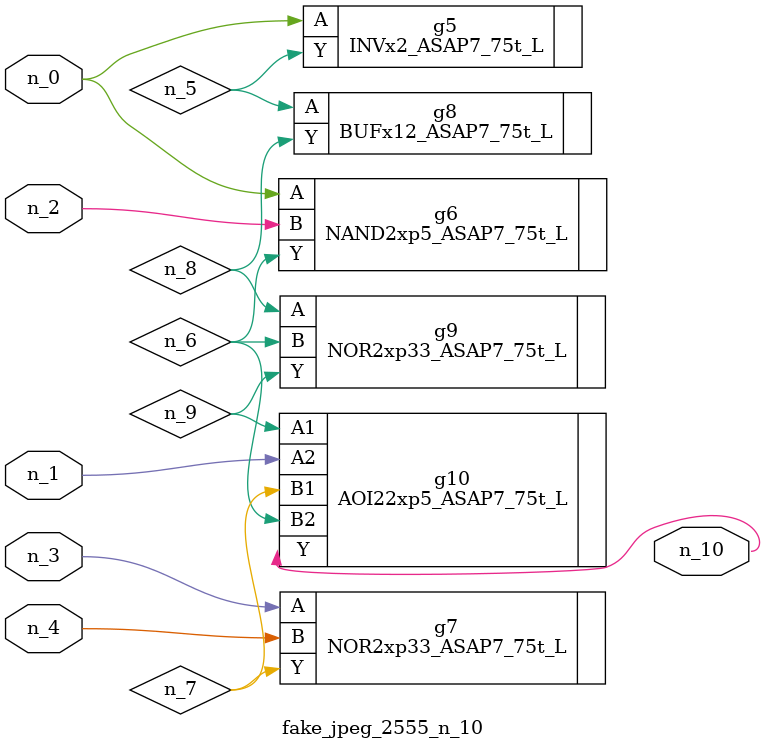
<source format=v>
module fake_jpeg_2555_n_10 (n_3, n_2, n_1, n_0, n_4, n_10);

input n_3;
input n_2;
input n_1;
input n_0;
input n_4;

output n_10;

wire n_8;
wire n_9;
wire n_6;
wire n_5;
wire n_7;

INVx2_ASAP7_75t_L g5 ( 
.A(n_0),
.Y(n_5)
);

NAND2xp5_ASAP7_75t_L g6 ( 
.A(n_0),
.B(n_2),
.Y(n_6)
);

NOR2xp33_ASAP7_75t_L g7 ( 
.A(n_3),
.B(n_4),
.Y(n_7)
);

BUFx12_ASAP7_75t_L g8 ( 
.A(n_5),
.Y(n_8)
);

NOR2xp33_ASAP7_75t_L g9 ( 
.A(n_8),
.B(n_6),
.Y(n_9)
);

AOI22xp5_ASAP7_75t_L g10 ( 
.A1(n_9),
.A2(n_1),
.B1(n_7),
.B2(n_6),
.Y(n_10)
);


endmodule
</source>
